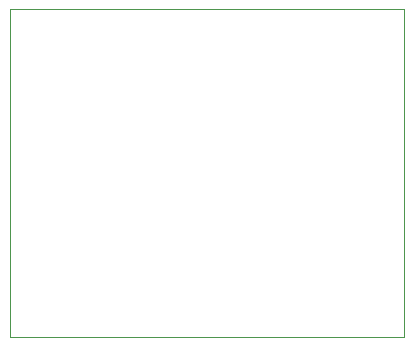
<source format=gko>
G04 Layer_Color=16711935*
%FSLAX25Y25*%
%MOIN*%
G70*
G01*
G75*
%ADD52C,0.00394*%
D52*
X0Y109449D02*
X131102Y109449D01*
X0Y0D02*
Y109449D01*
X131102Y0D02*
Y109449D01*
X0Y0D02*
X131102D01*
M02*

</source>
